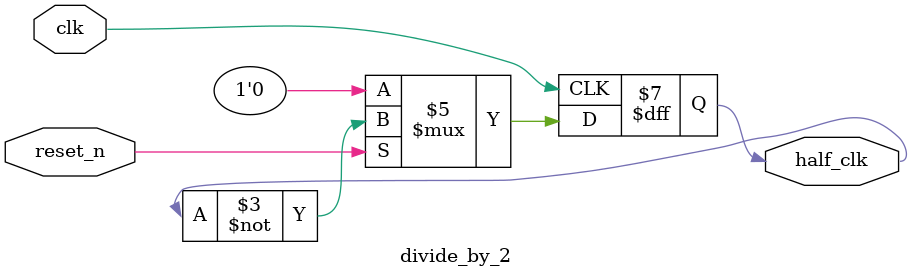
<source format=v>
module wifiv1

#(
   parameter A_u = 8'd65,
   parameter B_u = 8'd66,
   parameter C_u = 8'd67,
   parameter D_u = 8'd68,
   parameter E_u = 8'd69,
   parameter F_u = 8'd70,
   parameter G_u = 8'd71,
   parameter H_u = 8'd72,
   parameter I_u = 8'd73,
   parameter J_u = 8'd74,
   parameter K_u = 8'd75,
   parameter L_u = 8'd76,
   parameter M_u = 8'd77,
   parameter N_u = 8'd78,
   parameter O_u = 8'd79,
   parameter P_u = 8'd80,
   parameter Q_u = 8'd81,
   parameter R_u = 8'd82,
   parameter S_u = 8'd83,
   parameter T_u = 8'd84,
   parameter U_u = 8'd85,
   parameter V_u = 8'd86,
   parameter W_u = 8'd87,
   parameter X_u = 8'd88,
   parameter Y_u = 8'd89,
   parameter Z_u = 8'd90,
   parameter a = 8'd97,
   parameter b = 8'd98,
   parameter c = 8'd99,
   parameter d = 8'd100,
   parameter e = 8'd101,
   parameter f = 8'd102,
   parameter g = 8'd103,
   parameter h = 8'd104,
   parameter i = 8'd105,
   parameter j = 8'd106,
   parameter k = 8'd107,
   parameter l = 8'd108,
   parameter m = 8'd109,
   parameter n = 8'd110,
   parameter o = 8'd111,
   parameter p = 8'd112,
   parameter q = 8'd113,
   parameter r = 8'd114,
   parameter s = 8'd115,
   parameter t = 8'd116,
   parameter u = 8'd117,
   parameter v = 8'd118,
   parameter w = 8'd119,
   parameter x = 8'd120,
   parameter y = 8'd121,
   parameter z = 8'd122,

   parameter newline = 8'd10,
   parameter return = 8'd13,
   parameter quote = 8'd34,
   parameter equal = 8'd61,
   parameter plus = 8'd43,
   parameter comma = 8'd44,
   parameter dot = 8'd46,
   parameter space = 8'd32,
   parameter forward_slash = 8'd47,
   parameter question_mark = 8'd63,
   parameter and_symbol = 8'd38,
   parameter colon = 8'd58,

   parameter zero = 8'd48,
   parameter one = 8'd49,
   parameter two = 8'd50,
   parameter three = 8'd51,
   parameter four = 8'd52,
   parameter five = 8'd53,
   parameter six = 8'd54,
   parameter seven = 8'd55,
   parameter eight = 8'd56,
   parameter nine = 8'd57


  )

(

//top module
input clk,

output tx,
input rx,


//commented out for testing



//fsm
output reg stream_start,
output reg stream_stop,
output reg cpu_reset_n, 
input stream_rdy,
input diag_error,


//data buffer
input [13:0] diag_error_data,

//fifo (for now just doing raw samples led1 and led2)

input [21:0] led1,
input [21:0] led2,
input data_rdy


	);

//io ports as regs/wires because testing
/*reg stream_start = 1'b1;
reg stream_stop = 1'b0;
reg cpu_reset_n = 1'b1; 
reg stream_rdy = 1'b1;
reg diag_error = 1'b0;

reg  [21:0] led1 = 22'd1;
reg  [21:0] led2 = 22'd2;
reg data_rdy = 1'b1;*/
/////////////////


reg [24:0] delay_counter;
reg [3:0] delaycounter_state;
reg [4:0] delaycounter_stream_state;

reg reset_n = 1'b1; //keep until two way wifi comm is figured out

reg [3:0] state;
reg [4:0] stream_state;

wire half_clk;
reg slow_clk;

//lower module
reg [7:0] byte_0;
reg [7:0] byte_1;
reg [7:0] byte_2;
reg [7:0] byte_3;
reg [7:0] byte_4;
reg [7:0] byte_5;
reg [7:0] byte_6;
reg [7:0] byte_7;

//lower module
reg begin_tx;
wire tx_done;

reg init_reg = 1'b0;


//before two way comm comes in
reg stream_stop_reg = 1'b0;


always@(posedge clk)
  begin
	stream_stop <= stream_stop_reg;
    slow_clk <= half_clk;
    cpu_reset_n <= 1'b1;
  end

always@(posedge slow_clk)
  begin
    if(~init_reg) //make sure to turn high after init
      begin
        case(state)
        4'b0000:
          begin
            byte_0 <= A_u;
            byte_1 <= T_u;
            byte_2 <= plus;
            byte_3 <= R_u;
            byte_4 <= S_u;
            byte_5 <= T_u;
            byte_6 <= return;
            byte_7 <= newline;
            begin_tx <= 1;
            delaycounter_state <= 4'b0001;
             state <= 4'b1011;               //add 1 sec delay
          end
          4'b0001:
          
              
                begin
                  byte_0 <= A_u;
                  byte_1 <= T_u;
                  byte_2 <= plus;
                  byte_3 <= C_u;
                  byte_4 <= W_u;
                  byte_5 <= M_u;
                  byte_6 <= O_u;
                  byte_7 <= D_u;
                  begin_tx <= 1;
                  state <= 4'b0010;
              
               
            end
            4'b0010:
              begin
                if(tx_done)
                begin
                  byte_0 <= E_u;
                  byte_1 <= equal;
                  byte_2 <= one;
                  byte_3 <= return;
                  byte_4 <= newline;
                  byte_5 <= 0;
                  byte_6 <= 0;
                  byte_7 <= 0;
                  begin_tx <= 1;
                  delaycounter_state <= 4'b0011; //1 sec delay
                  state <= 4'b1011;
                end
                else begin
                  byte_0 <= byte_0;
                  byte_1 <= byte_1;
                  byte_2 <= byte_2;
                  byte_3 <= byte_3;
                  byte_4 <= byte_4;
                  byte_5 <= byte_5;
                  byte_6 <= byte_6;
                  byte_7 <= byte_7;
                  begin_tx <= 0;
                  state <= state;
                end
              end 
              4'b0011:
                
                    begin
                      byte_0 <= A_u;
                      byte_1 <= T_u;
                      byte_2 <= plus;
                      byte_3 <= C_u;
                      byte_4 <= W_u;
                      byte_5 <= J_u;
                      byte_6 <= A_u;
                      byte_7 <= P_u;
                      begin_tx <= 1;
                      state <= 4'b0100;
                    
                   
                end
                4'b0100:
                  begin
                  if(tx_done)
                    begin
                      byte_0 <= equal;
                      byte_1 <= quote;
                      byte_2 <= f;
                      byte_3 <= p;
                      byte_4 <= g;
                      byte_5 <= a;
                      byte_6 <= S_u;
                      byte_7 <= e;
                      begin_tx <= 1;
                      state <= 4'b0101;
                      end
                    else begin
                  byte_0 <= byte_0;
                  byte_1 <= byte_1;
                  byte_2 <= byte_2;
                  byte_3 <= byte_3;
                  byte_4 <= byte_4;
                  byte_5 <= byte_5;
                  byte_6 <= byte_6;
                  byte_7 <= byte_7;
                  begin_tx <= 0;
                  state <= state;
                    end
                  end
                  4'b0101:
                    begin
                    if (tx_done)
						  begin
                      byte_0 <= r;
                      byte_1 <= v;
                      byte_2 <= e;
                      byte_3 <= r;
                      byte_4 <= quote;
                      byte_5 <= comma;
                      byte_6 <= quote;
                      byte_7 <= m;
                      begin_tx <= 1;
                      state <= 4'b0110;
                    end
                    else begin
                  byte_0 <= byte_0;
                  byte_1 <= byte_1;
                  byte_2 <= byte_2;
                  byte_3 <= byte_3;
                  byte_4 <= byte_4;
                  byte_5 <= byte_5;
                  byte_6 <= byte_6;
                  byte_7 <= byte_7;
                  begin_tx <= 0;
                  state <= state;
                    end
                    end
                  4'b0110:
                    begin
                      if(tx_done)
                      begin
                      byte_0 <= a;
                      byte_1 <= t;
                      byte_2 <= t;
                      byte_3 <= h;
                      byte_4 <= e;
                      byte_5 <= w;
                      byte_6 <= c;
                      byte_7 <= a;
                      begin_tx <= 1;
                      state <= 4'b0111;
                      end
                      else begin
                  byte_0 <= byte_0;
                  byte_1 <= byte_1;
                  byte_2 <= byte_2;
                  byte_3 <= byte_3;
                  byte_4 <= byte_4;
                  byte_5 <= byte_5;
                  byte_6 <= byte_6;
                  byte_7 <= byte_7;
                  begin_tx <= 0;
                  state <= state;
                      end
                    end
                    4'b0111:
                    begin
						  if (tx_done)
						  begin
                    byte_0 <= p;
                    byte_1 <= u;
                    byte_2 <= a;
                    byte_3 <= n;
                    byte_4 <= o;
                    byte_5 <= quote;
                    byte_6 <= return;
                    byte_7 <= newline;
                    begin_tx <= 1; //1 sec delay
                    delaycounter_state <= 4'b1000;
                    state <= 4'b1011;
                    end
                    else begin
                         byte_0 <= byte_0;
                  byte_1 <= byte_1;
                  byte_2 <= byte_2;
                  byte_3 <= byte_3;
                  byte_4 <= byte_4;
                  byte_5 <= byte_5;
                  byte_6 <= byte_6;
                  byte_7 <= byte_7;
                  begin_tx <= 0;
                  state <= state;
                    end
                   end
                   4'b1000:
                    
                        begin
                          byte_0 <= A_u;
                          byte_1 <= T_u;
                          byte_2 <= plus;
                          byte_3 <= C_u;
                          byte_4 <= I_u;
                          byte_5 <= P_u;
                          byte_6 <= M_u;
                          byte_7 <= U_u;
                          begin_tx <= 1;
                          state <= 4'b1001;
                        end
                        
                    
                    4'b1001:
                      begin
                      if(tx_done)
                        begin
                          byte_0 <= X_u;
                          byte_1 <= equal;
                          byte_2 <= zero;
                          byte_3 <= return;
                          byte_4 <= newline;
                          byte_5 <= 0;
                          byte_6 <= 0;
                          byte_7 <= 0;
                          begin_tx <= 1; //1 sec delay
                          delaycounter_state <= 4'b1010;
                          state <= 4'b1011;
                        end
                        else begin
                        byte_0 <= byte_0;
                           byte_1 <= byte_1;
                  byte_2 <= byte_2;
                  byte_3 <= byte_3;
                  byte_4 <= byte_4;
                  byte_5 <= byte_5;
                  byte_6 <= byte_6;
                  byte_7 <= byte_7;
                  begin_tx <= 0;
                  state <= state;
                        end
                      end
                    4'b1010:
                      
                        begin
                        byte_0 <= 0;
                        byte_1 <= 0;
                        byte_2 <= 0;
                        byte_3 <= 0;
                        byte_4 <= 0;
                        byte_5 <= 0;
                        byte_6 <= 0;
                        byte_7 <= 0;
                        state <= 0;
                        begin_tx <= 0;
                        init_reg <= 1;
                        
                       
                      end
                      4'b1011:
                        begin
                        begin_tx <= 0;
                          if (delay_counter == 25'd33554431)
                      begin
                        delay_counter <= 25'd0;
                        state <= delaycounter_state;
                      end
                      else begin
                        delay_counter <= delay_counter + 1;
                        state <= state;
                      end
                        end
        endcase
		  end
else begin
  case(stream_state)
  5'd0:
    begin
      if(stream_rdy)
        begin
          stream_start <= 1;
          stream_state <= 5'd1;
        end
        else begin
          stream_start <= 0;
          stream_state <= 0;
        end
    end
5'd1:
  begin
      if(data_rdy)
        begin
          stream_state <= 5'd2;
        end
        else begin
          stream_state <= stream_state;
        end
  end
  5'd2:
    begin //assume this entire process takes less time than for a new 500 sps sample to come in
                  byte_0 <= A_u;
                  byte_1 <= T_u;
                  byte_2 <= plus;
                  byte_3 <= C_u;
                  byte_4 <= I_u;
                  byte_5 <= P_u;
                  byte_6 <= S_u;
                  byte_7 <= T_u;
                  begin_tx <= 1;
                  stream_state <= 5'd3;
    end

    5'd3:
      begin
          if (tx_done)
            begin
                  byte_0 <= A_u;
                  byte_1 <= R_u;
                  byte_2 <= T_u;
                  byte_3 <= equal;
                  byte_4 <= quote;
                  byte_5 <= T_u;
                  byte_6 <= C_u;
                  byte_7 <= P_u;
                  begin_tx <= 1;
                  stream_state <= 5'd4;
            end
            else begin
                  byte_0 <= byte_0;
                  byte_1 <= byte_1;
                  byte_2 <= byte_2;
                  byte_3 <= byte_3;
                  byte_4 <= byte_4;
                  byte_5 <= byte_5;
                  byte_6 <= byte_6;
                  byte_7 <= byte_7;
                  begin_tx <= 0;
                  stream_state <= stream_state;
            end
      end
      5'd4:
        begin
          if(tx_done)
            begin
                  byte_0 <= quote;
                  byte_1 <= comma;
                  byte_2 <= quote;
                  byte_3 <= one;
                  byte_4 <= nine;
                  byte_5 <= two;
                  byte_6 <= dot;
                  byte_7 <= one;
                  begin_tx <= 1;
                  stream_state <= 5'd5;
                  end
                  else begin
                  byte_0 <= byte_0;
                  byte_1 <= byte_1;
                  byte_2 <= byte_2;
                  byte_3 <= byte_3;
                  byte_4 <= byte_4;
                  byte_5 <= byte_5;
                  byte_6 <= byte_6;
                  byte_7 <= byte_7;
                  begin_tx <= 0;
                  stream_state <= stream_state;  
                  end
        end
        5'd5:
          begin
                  if (tx_done)
                    begin
                  byte_0 <= six;
                  byte_1 <= eight;
                  byte_2 <= dot;
                  byte_3 <= four;
                  byte_4 <= two;
                  byte_5 <= dot;
                  byte_6 <= one;
                  byte_7 <= quote;
                  begin_tx <= 1;
                  stream_state <= 5'd6;
                  end
                  else begin
                     byte_0 <= byte_0;
                  byte_1 <= byte_1;
                  byte_2 <= byte_2;
                  byte_3 <= byte_3;
                  byte_4 <= byte_4;
                  byte_5 <= byte_5;
                  byte_6 <= byte_6;
                  byte_7 <= byte_7;
                  begin_tx <= 0;
                  stream_state <= stream_state;  
                  end
          end
          5'd6:
            begin
              if(tx_done)
                begin
              byte_0 <= comma;
                  byte_1 <= eight;
                  byte_2 <= zero;
                  byte_3 <= return;
                  byte_4 <= newline;
                  byte_5 <= 0;
                  byte_6 <= 0;
                  byte_7 <= 0;
                  begin_tx <= 1;
                  delaycounter_stream_state <= 5'd7;
                  stream_state <= 5'd24;
                  end
                else begin
                   byte_0 <= byte_0;
                  byte_1 <= byte_1;
                  byte_2 <= byte_2;
                  byte_3 <= byte_3;
                  byte_4 <= byte_4;
                  byte_5 <= byte_5;
                  byte_6 <= byte_6;
                  byte_7 <= byte_7;
                  begin_tx <= 0;
                  stream_state <= stream_state; 
                end
            end
            5'd7:
              
              
              begin
                 byte_0 <= A_u;
                  byte_1 <= T_u;
                  byte_2 <= plus;
                  byte_3 <= C_u;
                  byte_4 <= I_u;
                  byte_5 <= P_u;
                  byte_6 <= S_u;
                  byte_7 <= E_u;
                  begin_tx <= 1;
                  stream_state <= 5'd8; 
                  end
                
              
              5'd8:
              begin
              if (tx_done)
                begin
                 byte_0 <= N_u;
                  byte_1 <= D_u;
                  byte_2 <= equal;
                  byte_3 <= one; // might need adjusted
                  byte_4 <= zero; //might need adjusted
                  byte_5 <= five;
                  byte_6 <= return;
                  byte_7 <= newline;
                  begin_tx <= 1;
                  delaycounter_stream_state <= 5'd9;
                  stream_state <= 5'd24;
                  end 
                  else begin
                       byte_0 <= byte_0;
                  byte_1 <= byte_1;
                  byte_2 <= byte_2;
                  byte_3 <= byte_3;
                  byte_4 <= byte_4;
                  byte_5 <= byte_5;
                  byte_6 <= byte_6;
                  byte_7 <= byte_7;
                  begin_tx <= 0;
                  stream_state <= stream_state; 
                  end
              end
              5'd9:
                
                begin
                 byte_0 <= G_u;
                  byte_1 <= E_u;
                  byte_2 <= T_u;
                  byte_3 <= space; 
                  byte_4 <= forward_slash;
                  byte_5 <= i;
                  byte_6 <= n;
                  byte_7 <= d;
                  begin_tx <= 1;
                  stream_state <= 5'd10;
                  end 
                
                5'd10:
                  begin
                   if (tx_done)
                begin
                 byte_0 <= e;
                  byte_1 <= x;
                  byte_2 <= dot;
                  byte_3 <= p; 
                  byte_4 <= h; 
                  byte_5 <= p;
                  byte_6 <= question_mark;
                  byte_7 <= h;
                  begin_tx <= 1;
                  stream_state <= 5'd11;
                  end 
                  else begin
                       byte_0 <= byte_0;
                  byte_1 <= byte_1;
                  byte_2 <= byte_2;
                  byte_3 <= byte_3;
                  byte_4 <= byte_4;
                  byte_5 <= byte_5;
                  byte_6 <= byte_6;
                  byte_7 <= byte_7;
                  begin_tx <= 0;
                  stream_state <= stream_state; 
                  end  
                  end
                  5'd11:
                    begin
                       if (tx_done)
                begin
                 byte_0 <= e;
                  byte_1 <= a;
                  byte_2 <= r;
                  byte_3 <= t; 
                  byte_4 <= equal; 
                  byte_5 <= led1[21] + 48;
                  byte_6 <= led1[20] + 48;
                  byte_7 <= led1[19] + 48;
                  begin_tx <= 1;
                  stream_state <= 5'd12;

                  end 
                  else begin
                       byte_0 <= byte_0;
                  byte_1 <= byte_1;
                  byte_2 <= byte_2;
                  byte_3 <= byte_3;
                  byte_4 <= byte_4;
                  byte_5 <= byte_5;
                  byte_6 <= byte_6;
                  byte_7 <= byte_7;
                  begin_tx <= 0;
                  stream_state <= stream_state; 
                  end  
                    end
                  5'd12:
                    begin
                            
                       if (tx_done)
                begin
                 byte_0 <= led1[18] + 48;
                  byte_1 <= led1[17] + 48;
                  byte_2 <= led1[16] + 48;
                  byte_3 <= led1[15] + 48; 
                  byte_4 <= led1[14] + 48; 
                  byte_5 <= led1[13] + 48;
                  byte_6 <= led1[12] + 48;
                  byte_7 <= led1[11] + 48;
                  begin_tx <= 1;
                  stream_state <= 5'd13;
                  end 
                  else begin
                       byte_0 <= byte_0;
                  byte_1 <= byte_1;
                  byte_2 <= byte_2;
                  byte_3 <= byte_3;
                  byte_4 <= byte_4;
                  byte_5 <= byte_5;
                  byte_6 <= byte_6;
                  byte_7 <= byte_7;
                  begin_tx <= 0;
                  stream_state <= stream_state; 
                  end  
                    end
                  5'd13:
                    begin
                       if (tx_done)
                begin
                 byte_0 <= led1[10] + 48;
                  byte_1 <= led1[9] + 48;
                  byte_2 <= led1[8] + 48;
                  byte_3 <= led1[7] + 48; 
                  byte_4 <= led1[6] + 48; 
                  byte_5 <= led1[5] + 48;
                  byte_6 <= led1[4] + 48;
                  byte_7 <= led1[3] + 48;
                  begin_tx <= 1;
                  stream_state <= 5'd14;
                  end 
                  else begin
                       byte_0 <= byte_0;
                  byte_1 <= byte_1;
                  byte_2 <= byte_2;
                  byte_3 <= byte_3;
                  byte_4 <= byte_4;
                  byte_5 <= byte_5;
                  byte_6 <= byte_6;
                  byte_7 <= byte_7;
                  begin_tx <= 0;
                  stream_state <= stream_state; 
                  end  
                    end
                    5'd14:
                      begin
                          if (tx_done)
                begin
                 byte_0 <= led1[2] + 48;
                  byte_1 <= led1[1] + 48;
                  byte_2 <= led1[0] + 48;
                  byte_3 <= and_symbol; 
                  byte_4 <= b; 
                  byte_5 <= l;
                  byte_6 <= d;
                  byte_7 <= o;
                  begin_tx <= 1;
                  stream_state <= 5'd15;
                  end 
                  else begin
                       byte_0 <= byte_0;
                  byte_1 <= byte_1;
                  byte_2 <= byte_2;
                  byte_3 <= byte_3;
                  byte_4 <= byte_4;
                  byte_5 <= byte_5;
                  byte_6 <= byte_6;
                  byte_7 <= byte_7;
                  begin_tx <= 0;
                  stream_state <= stream_state; 
                  end   
                      end
                5'd15:
                  begin
                        if (tx_done)
                begin
                 byte_0 <= x;
                  byte_1 <= equal;
                  byte_2 <= led2[21] + 48;
                  byte_3 <= led2[20] + 48; 
                  byte_4 <= led2[19] + 48; 
                  byte_5 <= led2[18] + 48;
                  byte_6 <= led2[17] + 48;
                  byte_7 <= led2[16] + 48;
                  begin_tx <= 1;
                  stream_state <= 5'd16;
                  end 
                  else begin
                       byte_0 <= byte_0;
                  byte_1 <= byte_1;
                  byte_2 <= byte_2;
                  byte_3 <= byte_3;
                  byte_4 <= byte_4;
                  byte_5 <= byte_5;
                  byte_6 <= byte_6;
                  byte_7 <= byte_7;
                  begin_tx <= 0;
                  stream_state <= stream_state; 
                  end  
                  end 
                  5'd16:
                  begin
                           if (tx_done)
                begin
                 byte_0 <= led2[15] + 48;
                  byte_1 <= led2[14] + 48;
                  byte_2 <= led2[13] + 48;
                  byte_3 <= led2[12] + 48; 
                  byte_4 <= led2[11] + 48; 
                  byte_5 <= led2[10] + 48;
                  byte_6 <= led2[9] + 48;
                  byte_7 <= led2[8] +48;
                  begin_tx <= 1;
                  stream_state <= 5'd17;
                  end 
                  else begin
                       byte_0 <= byte_0;
                  byte_1 <= byte_1;
                  byte_2 <= byte_2;
                  byte_3 <= byte_3;
                  byte_4 <= byte_4;
                  byte_5 <= byte_5;
                  byte_6 <= byte_6;
                  byte_7 <= byte_7;
                  begin_tx <= 0;
                  stream_state <= stream_state; 
                  end  
                  end
                  5'd17:
                    begin
                                if (tx_done)
                begin
                 byte_0 <= led2[7] + 48;
                  byte_1 <= led2[6] + 48;
                  byte_2 <= led2[5] + 48;
                  byte_3 <= led2[4] + 48; 
                  byte_4 <= led2[3] + 48; 
                  byte_5 <= led2[2] + 48;
                  byte_6 <= led2[1] + 48;
                  byte_7 <= led2[0] + 48;
                  begin_tx <= 1;
                  stream_state <= 5'd18;
                  end 
                  else begin
                       byte_0 <= byte_0;
                  byte_1 <= byte_1;
                  byte_2 <= byte_2;
                  byte_3 <= byte_3;
                  byte_4 <= byte_4;
                  byte_5 <= byte_5;
                  byte_6 <= byte_6;
                  byte_7 <= byte_7;
                  begin_tx <= 0;
                  stream_state <= stream_state; 
                  end
                    end
                    5'd18:
                    begin
                                if (tx_done)
                begin
                 byte_0 <= space;
                  byte_1 <= H_u;
                  byte_2 <= T_u;
                  byte_3 <= T_u; 
                  byte_4 <= P_u; 
                  byte_5 <= forward_slash;
                  byte_6 <= one;
                  byte_7 <= dot;
                  begin_tx <= 1;
                  stream_state <= 5'd19;
                  end 
                  else begin
                       byte_0 <= byte_0;
                  byte_1 <= byte_1;
                  byte_2 <= byte_2;
                  byte_3 <= byte_3;
                  byte_4 <= byte_4;
                  byte_5 <= byte_5;
                  byte_6 <= byte_6;
                  byte_7 <= byte_7;
                  begin_tx <= 0;
                  stream_state <= stream_state; 
                  end
                    end
                    5'd19:
                    begin
                                if (tx_done)
                begin
                 byte_0 <= one;
                  byte_1 <= return;
                  byte_2 <= newline;
                  byte_3 <= H_u; 
                  byte_4 <= o; 
                  byte_5 <= s;
                  byte_6 <= t;
                  byte_7 <= colon;
                  begin_tx <= 1;
                  stream_state <= 5'd20;
                  end 
                  else begin
                       byte_0 <= byte_0;
                  byte_1 <= byte_1;
                  byte_2 <= byte_2;
                  byte_3 <= byte_3;
                  byte_4 <= byte_4;
                  byte_5 <= byte_5;
                  byte_6 <= byte_6;
                  byte_7 <= byte_7;
                  begin_tx <= 0;
                  stream_state <= stream_state; 
                  end
                    end
                  5'd20:
                  begin
                              if (tx_done)
                begin
                 byte_0 <= space;
                  byte_1 <= one;
                  byte_2 <= nine;
                  byte_3 <= two; 
                  byte_4 <= dot; 
                  byte_5 <= one;
                  byte_6 <= six;
                  byte_7 <= eight;
                  begin_tx <= 1;
                  stream_state <= 5'd21;
                  end 
                  else begin
                       byte_0 <= byte_0;
                  byte_1 <= byte_1;
                  byte_2 <= byte_2;
                  byte_3 <= byte_3;
                  byte_4 <= byte_4;
                  byte_5 <= byte_5;
                  byte_6 <= byte_6;
                  byte_7 <= byte_7;
                  begin_tx <= 0;
                  stream_state <= stream_state; 
                  end
                  end
                  5'd21:
                  begin
                              if (tx_done)
                begin
                 byte_0 <= dot;
                  byte_1 <= four;
                  byte_2 <= two;
                  byte_3 <= dot; 
                  byte_4 <= one; 
                  byte_5 <= return;
                  byte_6 <= newline;
                  byte_7 <= return;
                  begin_tx <= 1;
                  stream_state <= 5'd22;
                  end 
                  else begin
                       byte_0 <= byte_0;
                  byte_1 <= byte_1;
                  byte_2 <= byte_2;
                  byte_3 <= byte_3;
                  byte_4 <= byte_4;
                  byte_5 <= byte_5;
                  byte_6 <= byte_6;
                  byte_7 <= byte_7;
                  begin_tx <= 0;
                  stream_state <= stream_state; 
                  end
                  end
                  5'd22:
                  begin
                              if (tx_done)
                begin
                 byte_0 <= newline;
                  byte_1 <= 0;
                  byte_2 <= 0;
                  byte_3 <= 0; 
                  byte_4 <= 0; 
                  byte_5 <= 0;
                  byte_6 <= 0;
                  byte_7 <= 0;
                  begin_tx <= 1;
                  delaycounter_stream_state <= 5'd23;
                  stream_state <= 5'd24;
                  end 
                  else begin
                       byte_0 <= byte_0;
                  byte_1 <= byte_1;
                  byte_2 <= byte_2;
                  byte_3 <= byte_3;
                  byte_4 <= byte_4;
                  byte_5 <= byte_5;
                  byte_6 <= byte_6;
                  byte_7 <= byte_7;
                  begin_tx <= 0;
                  stream_state <= stream_state; 
                  end
                  end
                  5'd23:
                    
                begin
                 byte_0 <= 0;
                  byte_1 <= 0;
                  byte_2 <= 0;
                  byte_3 <= 0; 
                  byte_4 <= 0; 
                  byte_5 <= 0;
                  byte_6 <= 0;
                  byte_7 <= 0;
                  begin_tx <= 0;
                  stream_state <= 5'd1;
                  end 
                 
                  

                //1 sec delay sequence
                //have reg value determine next state with counter
                5'd24:
                  begin
                  begin_tx <= 0;
                    if (delay_counter == 25'd33554431)
                      begin
                        delay_counter <= 25'd0;
                        stream_state <= delaycounter_stream_state;
                      end
                      else begin
                        delay_counter <= delay_counter + 1;
                        stream_state <= stream_state;

                      end
                  end 
                
  endcase
      end  


end 

  


divide_by_2 di2(
.clk (clk),
.half_clk (half_clk),
.reset_n (reset_n)

  );

wifitestwrapper wft0(
.clk (slow_clk),
.tx (tx),
.rx (rx),
.begin_tx(begin_tx),
.done_tx (tx_done),
.byte_0 (byte_0),
.byte_1 (byte_1),
.byte_2 (byte_2),
.byte_3 (byte_3),
.byte_4 (byte_4),
.byte_5 (byte_5),
.byte_6 (byte_6),
.byte_7 (byte_7)

  );

endmodule

module wifitestwrapper
#(
  parameter b0 = 4'd0,
  parameter b1 = 4'd1,
  parameter b2 = 4'd2,
  parameter b3 = 4'd3,
  parameter b4 = 4'd4,
  parameter b5 = 4'd5,
  parameter b6 = 4'd6,
  parameter b7 = 4'd7
  )

(
input clk,
input rx,
output tx,

//upper module
input begin_tx,
output reg done_tx,
input [7:0] byte_0,
input [7:0] byte_1,
input [7:0] byte_2,
input [7:0] byte_3,
input [7:0] byte_4,
input [7:0] byte_5,
input [7:0] byte_6,
input [7:0] byte_7
  );

//lower module
wire doing_work;
reg [7:0] send_data;
reg send_dv;
wire finished;

reg reset_n = 1'b1;

reg [7:0] bytes [7:0];
reg [3:0] state;

always@(posedge clk)
begin
  if(~reset_n)
    begin
            bytes[b0] <= 0;
            bytes[b1] <= 0;
            bytes[b2] <= 0;
            bytes[b3] <= 0;
            bytes[b4] <= 0;
            bytes[b5] <= 0;
            bytes[b6] <= 0;
            bytes[b7] <= 0;
            state <= 0;
            send_data <= 0;
            send_dv <= 0;
    end
    else 
        begin
        case(state)
        4'b0000:
          begin
          if(begin_tx)
            begin
            bytes[b0] <= byte_0;
            bytes[b1] <= byte_1;
            bytes[b2] <= byte_2;
            bytes[b3] <= byte_3;
            bytes[b4] <= byte_4;
            bytes[b5] <= byte_5;
            bytes[b6] <= byte_6;
            bytes[b7] <= byte_7;
            state <= 4'b0001;
            done_tx <= 0;
            end
          else begin
            bytes[b0] <= 0;
            bytes[b1] <= 0;
            bytes[b2] <= 0;
            bytes[b3] <= 0;
            bytes[b4] <= 0;
            bytes[b5] <= 0;
            bytes[b6] <= 0;
            bytes[b7] <= 0;
            state <= state;
            done_tx <= 0;
          end
          end
          4'b0001:
            begin
          if(bytes[b0] != 0)
            begin
            send_data <= bytes[b0];
            send_dv <= 1;
            state <= 4'b0010;
            done_tx <= 0;
            end
            else begin
              send_data <= 0;
              send_dv <= 0;
              state <= 0;
              done_tx <= 1;
            end
				end
            4'b0010:
            begin
              if(finished)
                begin
                  if(bytes[b1] != 0)
                    begin
                      send_data <= bytes[b1];
                      send_dv <= 1;
                      state <= 4'b0011;
                      done_tx <= 0;
                    end
                    else begin
                      send_data <= 0;
                      send_dv <= 0;
                      state <= 0;
                      done_tx <= 1;
                    end
                end
                else begin
                  send_data <= send_data;
                  send_dv <= 0;
                  state <= state;
                  done_tx <= 0; 
                end
            end
            4'b0011:
              begin
              if(finished)
                begin
                  if(bytes[b2] != 0)
                    begin
                      send_data <= bytes[b2];
                      send_dv <= 1;
                      state <= 4'b0100;
                      done_tx <= 0;
                    end
                    else begin
                      send_data <= 0;
                      send_dv <= 0;
                      state <= 0;
                      done_tx <= 1;
                    end
                end
                else begin
                  send_data <= send_data;
                  send_dv <= 0;
                  state <= state;
                  done_tx <= 0; 
                end
              end
              4'b0100:
                begin
                  if(finished)
                begin
                  if(bytes[b3] != 0)
                    begin
                      send_data <= bytes[b3];
                      send_dv <= 1;
                      state <= 4'b0101;
                      done_tx <= 0;
                    end
                    else begin
                      send_data <= 0;
                      send_dv <= 0;
                      state <= 0;
                      done_tx <= 1;
                    end
                end
                else begin
                  send_data <= send_data;
                  send_dv <= 0;
                  state <= state;
                  done_tx <= 0; 
                end
                end
                4'b0101:
                  begin
                     if(finished)
                begin
                  if(bytes[b4] != 0)
                    begin
                      send_data <= bytes[b4];
                      send_dv <= 1;
                      state <= 4'b0110;
                      done_tx <= 0;
                    end
                    else begin
                      send_data <= 0;
                      send_dv <= 0;
                      state <= 0;
                      done_tx <= 1;
                    end
                end
                else begin
                  send_data <= send_data;
                  send_dv <= 0;
                  state <= state;
                  done_tx <= 0; 
                end
                  end
              4'b0110:
                begin
                   
                     if(finished)
                begin
                  if(bytes[b5] != 0)
                    begin
                      send_data <= bytes[b5];
                      send_dv <= 1;
                      state <= 4'b0111;
                      done_tx <= 0;
                    end
                    else begin
                      send_data <= 0;
                      send_dv <= 0;
                      state <= 0;
                      done_tx <= 1;
                    end
                end
                else begin
                  send_data <= send_data;
                  send_dv <= 0;
                  state <= state;
                  done_tx <= 0; 
                end
                  end
                4'b0111:
                begin
                     
                     if(finished)
                begin
                  if(bytes[b6] != 0)
                    begin
                      send_data <= bytes[b6];
                      send_dv <= 1;
                      state <= 4'b1000;
                      done_tx <= 0;
                    end
                    else begin
                      send_data <= 0;
                      send_dv <= 0;
                      state <= 0;
                      done_tx <= 1;
                    end
                end
                else begin
                  send_data <= send_data;
                  send_dv <= 0;
                  state <= state;
                  done_tx <= 0; 
                end
                end
                4'b1000:
                  begin
                       
                     if(finished)
                begin
                  if(bytes[b7] != 0)
                    begin
                      send_data <= bytes[b7];
                      send_dv <= 1;
                      state <= 4'b1001;
                      done_tx <= 0;
                    end
                    else begin
                      send_data <= 0;
                      send_dv <= 0;
                      state <= 0;
                      done_tx <= 1;
                    end
                end
                else begin
                  send_data <= send_data;
                  send_dv <= 0;
                  state <= state;
                  done_tx <= 0; 
                end 
                  end
                4'b1001:
                  begin
                    if(finished)
                      begin
                        done_tx <= 1;
                        send_data <= 0;
                        send_dv <= 0;
                        state <= 0;
                      end
                      else begin
                        done_tx <= 0;
                        send_data <= send_data;
                        send_dv <= 0;
                        state <= state;
                      end
                  end
						endcase
                end
            end
        
        
    




wifitest_two wi0(
.clk (clk),
.rx (rx),
.tx (tx),
.doing_work (doing_work),
.send_data (send_data),
.send_dv (send_dv),
.finished (finished)

  );
endmodule

module wifitest_two
#(parameter A = 8'd65,
  parameter T = 8'd84,
  parameter rc = 8'd13,
  parameter nl = 8'd10,
  parameter space = 8'd32
  )
(
//top module
    input clk,
   
    input rx,
    output tx,

//wrapper module
    output reg doing_work,
    input [7:0] send_data,
    input send_dv,
    output reg finished

    );




reg reset_n = 1'b1; //keep this until two way wifi comm is figured out
reg [7:0] delaycounter;
reg [3:0] init_state;

wire [7:0] rx_data;
wire rx_done;
wire rx_busy;
wire rx_er;

reg tx_dv;
reg [7:0] uart_tx_data;
wire tx_done;
wire tx_busy;
reg one_delay;

always@(posedge clk)
    begin
   

if(~reset_n)
  begin
    init_state <= 0;
    one_delay <= 0;
    uart_tx_data <= 0;
    tx_dv <= 0;
    doing_work <= 0;
  end

  else 
        begin
          case(init_state)
      4'b0000:
		begin
        finished <= 0;
              if(send_dv)
                begin
                uart_tx_data <= send_data;
                tx_dv <= 1;
                init_state <= 4'b0001;
                doing_work <= 1;
                end
                else begin
                  uart_tx_data <= 0;
                  tx_dv <= 0;
                  init_state <= 0;
                  doing_work <= 0;
                end
               end
            4'b0001:
              begin
                if (tx_done)
                  begin
                    uart_tx_data <= send_data;
                    tx_dv <= 0;
                    init_state <= 0;
                    doing_work <= 0;
                    finished <= 1;
                  end
                  else begin
                  if(tx_busy)
                  begin
                    uart_tx_data <=send_data;
                    tx_dv <= 0;
                    init_state <= init_state;
                    doing_work <= 1;
                    end
                    else begin
                        uart_tx_data <=send_data;
                        tx_dv <= 1;
                        init_state <= init_state;
                        doing_work <= 1;
                    end
                 
					  end
					  end
              endcase
				  end
end


uart_rx urx0(
.i_Clock (clk),
.i_Rx_Serial (rx),
.o_Rx_DV (uart_rx_dv),
.o_Rx_Byte (uart_rx_data),
.reset_n (reset_n)
  );

uart_tx utx0(
.i_Clock (clk),
.i_Tx_DV (tx_dv),
.i_Tx_Byte (uart_tx_data),
.o_Tx_Active (tx_busy),
.o_Tx_Serial (tx),
.o_Tx_Done (tx_done),
.reset_n (reset_n)
  );


endmodule




//////////////////////////////////////////////////////////////////////
// File Downloaded from http://www.nandland.com
//////////////////////////////////////////////////////////////////////
// This file contains the UART Receiver.  This receiver is able to
// receive 8 bits of serial data, one start bit, one stop bit,
// and no parity bit.  When receive is complete o_rx_dv will be
// driven high for one clock cycle.
// 
// Set Parameter CLKS_PER_BIT as follows:
// CLKS_PER_BIT = (Frequency of i_Clock)/(Frequency of UART)
// Example: 10 MHz Clock, 115200 baud UART
// (10000000)/(115200) = 87
  
module uart_rx 
  #(parameter CLKS_PER_BIT = 217,
   parameter s_IDLE         = 3'b000,
  parameter s_RX_START_BIT = 3'b001,
  parameter s_RX_DATA_BITS = 3'b010,
  parameter s_RX_STOP_BIT  = 3'b011,
  parameter s_CLEANUP      = 3'b100) //double check if correct
  (
   input        i_Clock,
   input reset_n,
   input        i_Rx_Serial,
   output       o_Rx_DV,
   output [7:0] o_Rx_Byte
   );
    
 
   
  reg           r_Rx_Data_R = 1'b1;
  reg           r_Rx_Data   = 1'b1;
   
  reg [7:0]     r_Clock_Count = 0;
  reg [2:0]     r_Bit_Index   = 0; //8 bits total
  reg [7:0]     r_Rx_Byte     = 0;
  reg           r_Rx_DV       = 0;
  reg [2:0]     r_SM_Main     = 0;
   
  // Purpose: Double-register the incoming data.
  // This allows it to be used in the UART RX Clock Domain.
  // (It removes problems caused by metastability)
  always @(posedge i_Clock)
    begin
      r_Rx_Data_R <= i_Rx_Serial;
      r_Rx_Data   <= r_Rx_Data_R;
    end
   
   
  // Purpose: Control RX state machine
  always @(posedge i_Clock)
    begin
       if (~reset_n)
       begin
         r_SM_Main <=s_IDLE;
       end
       else begin
      case (r_SM_Main)
        s_IDLE :
          begin
            r_Rx_DV       <= 1'b0;
            r_Clock_Count <= 0;
            r_Bit_Index   <= 0;
             
            if (r_Rx_Data == 1'b0)          // Start bit detected
              r_SM_Main <= s_RX_START_BIT;
            else
              r_SM_Main <= s_IDLE;
          end
         
        // Check middle of start bit to make sure it's still low
        s_RX_START_BIT :
          begin
            if (r_Clock_Count == (CLKS_PER_BIT-1)/2)
              begin
                if (r_Rx_Data == 1'b0)
                  begin
                    r_Clock_Count <= 0;  // reset counter, found the middle
                    r_SM_Main     <= s_RX_DATA_BITS;
                  end
                else
                  r_SM_Main <= s_IDLE;
              end
            else
              begin
                r_Clock_Count <= r_Clock_Count + 1;
                r_SM_Main     <= s_RX_START_BIT;
              end
          end // case: s_RX_START_BIT
         
         
        // Wait CLKS_PER_BIT-1 clock cycles to sample serial data
        s_RX_DATA_BITS :
          begin
            if (r_Clock_Count < CLKS_PER_BIT-1)
              begin
                r_Clock_Count <= r_Clock_Count + 1;
                r_SM_Main     <= s_RX_DATA_BITS;
              end
            else
              begin
                r_Clock_Count          <= 0;
                r_Rx_Byte[r_Bit_Index] <= r_Rx_Data;
                 
                // Check if we have received all bits
                if (r_Bit_Index < 7)
                  begin
                    r_Bit_Index <= r_Bit_Index + 1;
                    r_SM_Main   <= s_RX_DATA_BITS;
                  end
                else
                  begin
                    r_Bit_Index <= 0;
                    r_SM_Main   <= s_RX_STOP_BIT;
                  end
              end
          end // case: s_RX_DATA_BITS
     
     
        // Receive Stop bit.  Stop bit = 1
        s_RX_STOP_BIT :
          begin
            // Wait CLKS_PER_BIT-1 clock cycles for Stop bit to finish
            if (r_Clock_Count < CLKS_PER_BIT-1)
              begin
                r_Clock_Count <= r_Clock_Count + 1;
                r_SM_Main     <= s_RX_STOP_BIT;
              end
            else
              begin
                r_Rx_DV       <= 1'b1;
                r_Clock_Count <= 0;
                r_SM_Main     <= s_CLEANUP;
              end
          end // case: s_RX_STOP_BIT
     
         
        // Stay here 1 clock
        s_CLEANUP :
          begin
            r_SM_Main <= s_IDLE;
            r_Rx_DV   <= 1'b0;
          end
         
         
        default :
          r_SM_Main <= s_IDLE;
         
      endcase
      end
    end   
   
  assign o_Rx_DV   = r_Rx_DV;
  assign o_Rx_Byte = r_Rx_Byte;
   
endmodule // uart_rx




//////////////////////////////////////////////////////////////////////
// File Downloaded from http://www.nandland.com
//////////////////////////////////////////////////////////////////////
// This file contains the UART Transmitter.  This transmitter is able
// to transmit 8 bits of serial data, one start bit, one stop bit,
// and no parity bit.  When transmit is complete o_Tx_done will be
// driven high for one clock cycle.
//
// Set Parameter CLKS_PER_BIT as follows:
// CLKS_PER_BIT = (Frequency of i_Clock)/(Frequency of UART)
// Example: 10 MHz Clock, 115200 baud UART
// (10000000)/(115200) = 87
  
//////////////////////////////////////////////////////////////////////
// File Downloaded from http://www.nandland.com
//////////////////////////////////////////////////////////////////////
// This file contains the UART Transmitter.  This transmitter is able
// to transmit 8 bits of serial data, one start bit, one stop bit,
// and no parity bit.  When transmit is complete o_Tx_done will be
// driven high for one clock cycle.
//
// Set Parameter CLKS_PER_BIT as follows:
// CLKS_PER_BIT = (Frequency of i_Clock)/(Frequency of UART)
// Example: 10 MHz Clock, 115200 baud UART
// (10000000)/(115200) = 87
  
module uart_tx 
  #(parameter CLKS_PER_BIT = 217)
  (
   input       i_Clock,
   input reset_n,
   input       i_Tx_DV,
   input [7:0] i_Tx_Byte, 
   output      o_Tx_Active,
   output reg  o_Tx_Serial,
   output      o_Tx_Done
   );
  
  parameter s_IDLE         = 3'b000;
  parameter s_TX_START_BIT = 3'b001;
  parameter s_TX_DATA_BITS = 3'b010;
  parameter s_TX_STOP_BIT  = 3'b011;
  parameter s_CLEANUP      = 3'b100;
   
  reg [2:0]    r_SM_Main     = 0;
  reg [7:0]    r_Clock_Count = 0;
  reg [2:0]    r_Bit_Index   = 0;
  reg [7:0]    r_Tx_Data     = 0;
  reg          r_Tx_Done     = 0;
  reg          r_Tx_Active   = 0;
     
  always @(posedge i_Clock)
    begin
       if(~reset_n)
       begin 
       r_SM_Main <= s_IDLE;
       end
      case (r_SM_Main)
        s_IDLE :
          begin
            o_Tx_Serial   <= 1'b1;         // Drive Line High for Idle
            r_Tx_Done     <= 1'b0;
            r_Clock_Count <= 0;
            r_Bit_Index   <= 0;
             
            if (i_Tx_DV == 1'b1)
              begin
                r_Tx_Active <= 1'b1;
                r_Tx_Data   <= i_Tx_Byte;
                r_SM_Main   <= s_TX_START_BIT;
              end
            else
              r_SM_Main <= s_IDLE;
          end // case: s_IDLE
         
         
        // Send out Start Bit. Start bit = 0
        s_TX_START_BIT :
          begin
            o_Tx_Serial <= 1'b0;
             
            // Wait CLKS_PER_BIT-1 clock cycles for start bit to finish
            if (r_Clock_Count < CLKS_PER_BIT-1)
              begin
                r_Clock_Count <= r_Clock_Count + 1;
                r_SM_Main     <= s_TX_START_BIT;
              end
            else
              begin
                r_Clock_Count <= 0;
                r_SM_Main     <= s_TX_DATA_BITS;
              end
          end // case: s_TX_START_BIT
         
         
        // Wait CLKS_PER_BIT-1 clock cycles for data bits to finish         
        s_TX_DATA_BITS :
          begin
            o_Tx_Serial <= r_Tx_Data[r_Bit_Index];
             
            if (r_Clock_Count < CLKS_PER_BIT-1)
              begin
                r_Clock_Count <= r_Clock_Count + 1;
                r_SM_Main     <= s_TX_DATA_BITS;
              end
            else
              begin
                r_Clock_Count <= 0;
                 
                // Check if we have sent out all bits
                if (r_Bit_Index < 7)
                  begin
                    r_Bit_Index <= r_Bit_Index + 1;
                    r_SM_Main   <= s_TX_DATA_BITS;
                  end
                else
                  begin
                    r_Bit_Index <= 0;
                    r_SM_Main   <= s_TX_STOP_BIT;
                  end
              end
          end // case: s_TX_DATA_BITS
         
         
        // Send out Stop bit.  Stop bit = 1
        s_TX_STOP_BIT :
          begin
            o_Tx_Serial <= 1'b1;
             
            // Wait CLKS_PER_BIT-1 clock cycles for Stop bit to finish
            if (r_Clock_Count < CLKS_PER_BIT-1)
              begin
                r_Clock_Count <= r_Clock_Count + 1;
                r_SM_Main     <= s_TX_STOP_BIT;
              end
            else
              begin
                r_Tx_Done     <= 1'b1;
                r_Clock_Count <= 0;
                r_SM_Main     <= s_CLEANUP;
                r_Tx_Active   <= 1'b0;
              end
          end // case: s_Tx_STOP_BIT
         
         
        // Stay here 1 clock
        s_CLEANUP :
          begin
            r_Tx_Done <= 1'b1;
            r_SM_Main <= s_IDLE;
          end
         
         
        default :
          r_SM_Main <= s_IDLE;
         
      endcase
    end
 
  assign o_Tx_Active = r_Tx_Active;
  assign o_Tx_Done   = r_Tx_Done;
   
endmodule


module divide_by_2 
(
input clk,
input reset_n,
output reg half_clk

  );


 always@(posedge clk)
  begin
      if(~reset_n)
        begin
          half_clk <= 0;
        end
      else begin
        half_clk <= ~half_clk;
      end
  end

 endmodule
</source>
